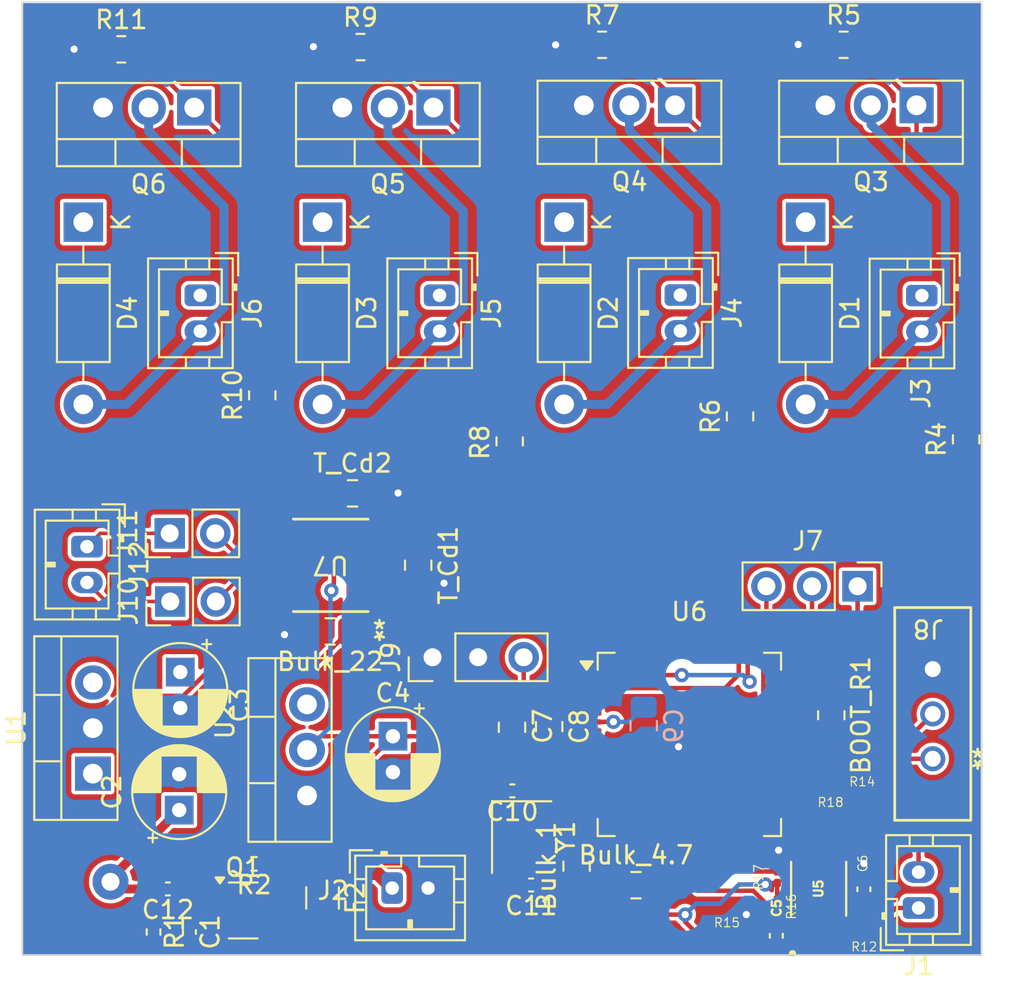
<source format=kicad_pcb>
(kicad_pcb (version 20241229) (generator "pcbnew") (generator_version "9.0")
  (layers (0 "F.Cu" signal) (4 "In1.Cu" signal) (6 "In2.Cu" signal) (2 "B.Cu" signal) (13 "F.Paste" user) (15 "B.Paste" user) (5 "F.SilkS" user "F.Silkscreen") (7 "B.SilkS" user "B.Silkscreen") (1 "F.Mask" user) (3 "B.Mask" user) (25 "Edge.Cuts" user))
  (net 0 "")
  (net 1 "GND")
  (net 2 "SLN1-")
  (net 3 "SLN2-")
  (net 4 "SLN3-")
  (net 5 "SLN4-")
  (net 6 "Net-(J8-Pin_2)")
  (net 7 "SDA")
  (net 8 "SCL")
  (net 9 "Net-(Q3-G)")
  (net 10 "Net-(Q4-G)")
  (net 11 "Net-(Q5-G)")
  (net 12 "Net-(Q6-G)")
  (net 13 "12V")
  (net 14 "S1CTRL")
  (net 15 "S2CTRL")
  (net 16 "S3CTRL")
  (net 17 "S4CTRL")
  (net 18 "RCC_OSC_IN")
  (net 21 "RCC_OSC_OUT")
  (net 26 "SCL_ext")
  (net 27 "SDA_ext")
  (net 28 "Net-(U5-EN)")
  (net 29 "Net-(U5-READY)")
  (net 30 "/SWCLK")
  (net 31 "VBAT")
  (net 32 "+12V_fuse")
  (net 33 "/SWDIO")
  (net 34 "/NRST")
  (net 53 "FDCAN_TX")
  (net 62 "USART1+")
  (net 64 "FDCAN_RX")
  (net 77 "USART1-")
  (net 78 "5V")
  (net 79 "CAN+")
  (net 80 "CAN-")
  (net 81 "3.3V")
  (net 82 "Net-(Q1-G)")
  (net 83 "Net-(Q1-S)")
  (footprint "Capacitor_SMD:C_0805_2012Metric_Pad1.18x1.45mm_HandSolder" (layer "F.Cu") (at 176.18 89.53 90)
    (property "Reference" "Bulk_1")
    (property "Value" "1uF")
  )
  (footprint "Crystal:Crystal_SMD_3225-4Pin_3.2x2.5mm" (layer "F.Cu") (at 173.1175 87.91 -90)
    (property "Reference" "Y1")
    (property "Value" "16Mhz")
  )
  (footprint "Connector_PinHeader_2.54mm:PinHeader_1x02_P2.54mm_Vertical" (layer "F.Cu") (at 153.5 70.97 90)
    (property "Reference" "J11")
    (property "Value" "Conn_01x02")
  )
  (footprint "Package_QFP:LQFP-64_10x10mm_P0.5mm" (layer "F.Cu") (at 182.465 82.74)
    (property "Reference" "U6")
    (property "Value" "STM32G0B1RETx")
  )
  (footprint "Connector_JST:JST_PH_B2B-PH-K_1x02_P2.00mm_Vertical" (layer "F.Cu") (at 155.205 57.696 -90)
    (property "Reference" "J6")
    (property "Value" "2X1")
  )
  (footprint "Package_TO_SOT_THT:TO-220-3_Vertical" (layer "F.Cu") (at 149.22 84.37 90)
    (property "Reference" "U1")
    (property "Value" "L7805")
  )
  (footprint "Package_TO_SOT_THT:TO-220-3_Vertical" (layer "F.Cu") (at 154.867 47.226 180)
    (property "Reference" "Q6")
    (property "Value" "FQP30N06L")
  )
  (footprint "Capacitor_SMD:C_0201_0603Metric" (layer "F.Cu") (at 187.36 91.725 90)
    (property "Reference" "R16")
    (property "Value" "10k")
  )
  (footprint "Connector_JST:JST_PH_B2B-PH-K_1x02_P2.00mm_Vertical" (layer "F.Cu") (at 195.422 57.712 -90)
    (property "Reference" "J3")
    (property "Value" "2X1")
  )
  (footprint "Resistor_SMD:R_0805_2012Metric_Pad1.20x1.40mm_HandSolder" (layer "F.Cu") (at 164.138 43.853)
    (property "Reference" "R9")
    (property "Value" "10k")
  )
  (footprint "Capacitor_SMD:C_0402_1005Metric" (layer "F.Cu") (at 154.6 93.2 -90)
    (property "Reference" "C1")
    (property "Value" "4.7u")
  )
  (footprint "Diode_THT:D_DO-41_SOD81_P10.16mm_Horizontal" (layer "F.Cu") (at 148.686 53.616 -90)
    (property "Reference" "D4")
    (property "Value" "1N47xxA")
  )
  (footprint "Capacitor_SMD:C_0805_2012Metric_Pad1.18x1.45mm_HandSolder" (layer "F.Cu") (at 162.4413 76.44 180)
    (property "Reference" "Bulk_22")
    (property "Value" "22uF")
  )
  (footprint "Capacitor_SMD:C_0805_2012Metric_Pad1.18x1.45mm_HandSolder" (layer "F.Cu") (at 179.49 90.59)
    (property "Reference" "Bulk_4.7")
    (property "Value" "4.7uF")
  )
  (footprint "Capacitor_THT:CP_Radial_D5.0mm_P2.00mm" (layer "F.Cu") (at 165.94 82.284888 -90)
    (property "Reference" "C4")
    (property "Value" "10u")
  )
  (footprint "Diode_THT:D_DO-41_SOD81_P10.16mm_Horizontal" (layer "F.Cu") (at 175.483 53.616 -90)
    (property "Reference" "D2")
    (property "Value" "1N47xxA")
  )
  (footprint "Connector_JST:JST_PH_B2B-PH-K_1x02_P2.00mm_Vertical" (layer "F.Cu") (at 148.89 71.71 -90)
    (property "Reference" "J12")
    (property "Value" "2X1")
  )
  (footprint "Connector_JST:JST_PH_B2B-PH-K_1x02_P2.00mm_Vertical" (layer "F.Cu") (at 165.9 90.75)
    (property "Reference" "J2")
    (property "Value" "2X1")
  )
  (footprint "Resistor_SMD:R_0805_2012Metric_Pad1.20x1.40mm_HandSolder" (layer "F.Cu") (at 150.803 43.98)
    (property "Reference" "R11")
    (property "Value" "10k")
  )
  (footprint "Diode_THT:D_DO-41_SOD81_P10.16mm_Horizontal" (layer "F.Cu") (at 188.945 53.616 -90)
    (property "Reference" "D1")
    (property "Value" "1N47xxA")
  )
  (footprint "Capacitor_SMD:C_0201_0603Metric" (layer "F.Cu") (at 192.1 85.87)
    (property "Reference" "R14")
    (property "Value" "10k")
  )
  (footprint "Capacitor_SMD:C_0402_1005Metric" (layer "F.Cu") (at 187.31 93.41 -90)
    (property "Reference" "C5")
    (property "Value" "0.1u")
  )
  (footprint "Connector_PinHeader_2.54mm:PinHeader_1x03_P2.54mm_Vertical" (layer "F.Cu") (at 168.15 77.88 90)
    (property "Reference" "J9")
    (property "Value" "Conn_01x03_Pin")
  )
  (footprint "Resistor_SMD:R_0805_2012Metric_Pad1.20x1.40mm_HandSolder" (layer "F.Cu") (at 190.375 81.11 -90)
    (property "Reference" "BOOT_R1")
    (property "Value" "10k")
  )
  (footprint "Capacitor_SMD:C_0201_0603Metric" (layer "F.Cu") (at 190.335 87.02)
    (property "Reference" "R18")
    (property "Value" "10k")
  )
  (footprint "Capacitor_SMD:C_0805_2012Metric_Pad1.18x1.45mm_HandSolder" (layer "F.Cu") (at 167.35 72.75 -90)
    (property "Reference" "T_Cd1")
    (property "Value" "100nF")
  )
  (footprint "Resistor_SMD:R_0805_2012Metric_Pad1.20x1.40mm_HandSolder" (layer "F.Cu") (at 177.6 43.726)
    (property "Reference" "R7")
    (property "Value" "10k")
  )
  (footprint "Package_TO_SOT_THT:TO-220-3_Vertical" (layer "F.Cu") (at 195.126 47.099 180)
    (property "Reference" "Q3")
    (property "Value" "FQP30N06L")
  )
  (footprint "Capacitor_SMD:C_0201_0603Metric" (layer "F.Cu") (at 184.56 93.73)
    (property "Reference" "R15")
    (property "Value" "10k")
  )
  (footprint "Capacitor_SMD:C_0402_1005Metric" (layer "F.Cu") (at 192.19 90.82 -90)
    (property "Reference" "C6")
    (property "Value" "0.1u")
  )
  (footprint "Capacitor_SMD:C_0201_0603Metric" (layer "F.Cu") (at 187.37 90.145 90)
    (property "Reference" "R17")
    (property "Value" "10k")
  )
  (footprint "Connector_JST:JST_PH_B2B-PH-K_1x02_P2.00mm_Vertical" (layer "F.Cu") (at 195.24 91.86 90)
    (property "Reference" "J1")
    (property "Value" "2X1")
  )
  (footprint "Connector_PinHeader_2.54mm:PinHeader_1x03_P2.54mm_Vertical" (layer "F.Cu") (at 191.84 73.92 -90)
    (property "Reference" "J7")
    (property "Value" "Conn_01x03_Pin")
  )
  (footprint "Capacitor_SMD:C_0402_1005Metric_Pad0.74x0.62mm_HandSolder" (layer "F.Cu") (at 173.6475 90.58 180)
    (property "Reference" "C11")
    (property "Value" "10pF")
  )
  (footprint "Capacitor_SMD:C_0805_2012Metric_Pad1.18x1.45mm_HandSolder" (layer "F.Cu") (at 174.65 81.75 -90)
    (property "Reference" "C8")
    (property "Value" "100nF")
  )
  (footprint "Capacitor_SMD:C_0805_2012Metric_Pad1.18x1.45mm_HandSolder" (layer "F.Cu") (at 163.6875 68.74)
    (property "Reference" "T_Cd2")
    (property "Value" "100nF")
  )
  (footprint "Resistor_SMD:R_0805_2012Metric_Pad1.20x1.40mm_HandSolder" (layer "F.Cu") (at 197.89 65.73 90)
    (property "Reference" "R4")
    (property "Value" "330")
  )
  (footprint "Capacitor_THT:CP_Radial_D5.0mm_P2.00mm" (layer "F.Cu") (at 154.03 86.4 90)
    (property "Reference" "C2")
    (property "Value" "10u")
  )
  (footprint "Capacitor_SMD:C_0201_0603Metric" (layer "F.Cu") (at 192.25 93.27 180)
    (property "Reference" "R12")
    (property "Value" "10k")
  )
  (footprint "custom_components:SOIC8_4P9X3P9MC_MCH" (layer "F.Cu") (at 162.4738 72.755 180)
    (property "Reference" "U7")
    (property "Value" "ATA6561-GAQW-N")
  )
  (footprint "Connector_PinHeader_2.54mm:PinHeader_1x02_P2.54mm_Vertical" (layer "F.Cu") (at 153.53 74.77 90)
    (property "Reference" "J10")
    (property "Value" "Conn_01x02")
  )
  (footprint "Package_TO_SOT_THT:TO-220-3_Vertical" (layer "F.Cu") (at 168.202 47.226 180)
    (property "Reference" "Q5")
    (property "Value" "FQP30N06L")
  )
  (footprint "Diode_THT:D_DO-41_SOD81_P10.16mm_Horizontal" (layer "F.Cu") (at 162.021 53.616 -90)
    (property "Reference" "D3")
    (property "Value" "1N47xxA")
  )
  (footprint "Fuse:Fuse_1206_3216Metric" (layer "F.Cu") (at 162.02 91.3 -90)
    (property "Reference" "F2")
    (property "Value" "10A")
  )
  (footprint "Package_TO_SOT_SMD:SOT-23-3" (layer "F.Cu") (at 157.6 92)
    (property "Reference" "Q1")
    (property "Value" "NTR0202PLT1G")
  )
  (footprint "Resistor_SMD:R_0402_1005Metric" (layer "F.Cu") (at 158.2 89.4 180)
    (property "Reference" "R2")
    (property "Value" "100")
  )
  (footprint "Connector_JST:JST_PH_B2B-PH-K_1x02_P2.00mm_Vertical" (layer "F.Cu") (at 181.96 57.68 -90)
    (property "Reference" "J4")
    (property "Value" "2X1")
  )
  (footprint "Resistor_SMD:R_0805_2012Metric_Pad1.20x1.40mm_HandSolder" (layer "F.Cu") (at 172.45 65.84 90)
    (property "Reference" "R8")
    (property "Value" "330")
  )
  (footprint "Resistor_SMD:R_0805_2012Metric_Pad1.20x1.40mm_HandSolder" (layer "F.Cu") (at 158.66 63.27 90)
    (property "Reference" "R10")
    (property "Value" "330")
  )
  (footprint "Capacitor_SMD:C_0402_1005Metric_Pad0.74x0.62mm_HandSolder" (layer "F.Cu") (at 172.6 85.33 180)
    (property "Reference" "C10")
    (property "Value" "10pF")
  )
  (footprint "TCA4307:SOP65P490X110-8N" (layer "F.Cu") (at 189.67 90.79 90)
    (property "Reference" "U5")
    (property "Value" "TCA4307")
  )
  (footprint "Capacitor_SMD:C_0805_2012Metric_Pad1.18x1.45mm_HandSolder" (layer "F.Cu") (at 172.58 81.785 -90)
    (property "Reference" "C7")
    (property "Value" "100nF")
  )
  (footprint "Connector_JST:JST_PH_B2B-PH-K_1x02_P2.00mm_Vertical" (layer "F.Cu") (at 168.54 57.696 -90)
    (property "Reference" "J5")
    (property "Value" "2X1")
  )
  (footprint "Resistor_SMD:R_0402_1005Metric" (layer "F.Cu") (at 152.6 93.2 -90)
    (property "Reference" "R1")
    (property "Value" "47k")
  )
  (footprint "Capacitor_THT:CP_Radial_D5.0mm_P2.00mm" (layer "F.Cu") (at 154.09 78.704888 -90)
    (property "Reference" "C3")
    (property "Value" "10u")
  )
  (footprint "Resistor_SMD:R_0805_2012Metric_Pad1.20x1.40mm_HandSolder" (layer "F.Cu") (at 191.062 43.726)
    (property "Reference" "R5")
    (property "Value" "10k")
  )
  (footprint "Package_TO_SOT_THT:TO-220-3_Vertical" (layer "F.Cu") (at 181.664 47.099 180)
    (property "Reference" "Q4")
    (property "Value" "FQP30N06L")
  )
  (footprint "Capacitor_SMD:C_0402_1005Metric" (layer "F.Cu") (at 153.4 90.8 180)
    (property "Reference" "C12")
    (property "Value" "4.7u")
  )
  (footprint "custom_components:slide_switch_EGER1218_Thruster" (layer "F.Cu") (at 196.03 83.54 180)
    (property "Reference" "J8")
    (property "Value" "Conn_01x03")
  )
  (footprint "Resistor_SMD:R_0805_2012Metric_Pad1.20x1.40mm_HandSolder" (layer "F.Cu") (at 185.29 64.45 90)
    (property "Reference" "R6")
    (property "Value" "330")
  )
  (footprint "Package_TO_SOT_THT:TO-220-3_Vertical" (layer "F.Cu") (at 161.155 85.59 90)
    (property "Reference" "U2")
    (property "Value" "LD1117V33")
  )
  (footprint "Capacitor_SMD:C_0805_2012Metric_Pad1.18x1.45mm_HandSolder" (layer "B.Cu") (at 179.92 81.7 90)
    (property "Reference" "C9")
    (property "Value" "100nF")
  )
  (gr_rect (start 145.283113 41.359887) (end 198.750113 94.484887) (stroke (width 0.1)) (fill no) (layer "Edge.Cuts"))
  (segment (start 165.94 84.284888) (end 170.377388 84.284888) (width 0.25) (layer "F.Cu") (net 1))
  (segment (start 158.71 89.4) (end 158.71 88.035) (width 0.5) (layer "F.Cu") (net 1))
  (segment (start 186.61 92.23) (end 185.64 92.23) (width 0.25) (layer "F.Cu") (net 1))
  (segment (start 174.615 82.8225) (end 174.65 82.7875) (width 0.25) (layer "F.Cu") (net 1))
  (segment (start 176.6 43.726) (end 176.584 43.742) (width 0.25) (layer "F.Cu") (net 1))
  (segment (start 165.94 84.284888) (end 170.665112 89.01) (width 0.25) (layer "F.Cu") (net 1))
  (segment (start 160.01 75.0462) (end 161.4038 76.44) (width 0.25) (layer "F.Cu") (net 1))
  (segment (start 168.7525 73.7875) (end 168.79 73.75) (width 0.25) (layer "F.Cu") (net 1))
  (segment (start 173.716 91.216) (end 173.08 90.58) (width 0.25) (layer "F.Cu") (net 1))
  (segment (start 172.2675 88.2225) (end 174.1 86.39) (width 0.25) (layer "F.Cu") (net 1))
  (segment (start 190.046 43.742) (end 190.046 47.099) (width 0.25) (layer "F.Cu") (net 1))
  (segment (start 176.18 90.5675) (end 175.5315 91.216) (width 0.25) (layer "F.Cu") (net 1))
  (segment (start 170.665112 89.01) (end 172.2675 89.01) (width 0.25) (layer "F.Cu") (net 1))
  (segment (start 192.19 89.38) (end 192.19 90.34) (width 0.25) (layer "F.Cu") (net 1))
  (segment (start 172.2675 89.01) (end 172.2675 88.2225) (width 0.25) (layer "F.Cu") (net 1))
  (segment (start 188.546 43.726) (end 188.53 43.71) (width 0.25) (layer "F.Cu") (net 1))
  (segment (start 163.138 43.853) (end 163.122 43.869) (width 0.25) (layer "F.Cu") (net 1))
  (segment (start 172.2675 89.7675) (end 172.2675 89.01) (width 0.25) (layer "F.Cu") (net 1))
  (segment (start 163.138 43.853) (end 161.533 43.853) (width 0.25) (layer "F.Cu") (net 1))
  (segment (start 174.65 82.7875) (end 174.8525 82.99) (width 0.25) (layer "F.Cu") (net 1))
  (segment (start 158.71 88.035) (end 161.155 85.59) (width 0.5) (layer "F.Cu") (net 1))
  (segment (start 161.4038 76.44) (end 160.08 76.44) (width 0.25) (layer "F.Cu") (net 1))
  (segment (start 166.21 68.74) (end 166.23 68.72) (width 0.25) (layer "F.Cu") (net 1))
  (segment (start 160.01 74.66) (end 160.01 75.0462) (width 0.25) (layer "F.Cu") (net 1))
  (segment (start 176.6 43.726) (end 175.014 43.726) (width 0.25) (layer "F.Cu") (net 1))
  (segment (start 149.787 43.996) (end 149.787 47.226) (width 0.25) (layer "F.Cu") (net 1))
  (segment (start 174.8525 82.99) (end 176.79 82.99) (width 0.25) (layer "F.Cu") (net 1))
  (segment (start 149.803 43.98) (end 148.18 43.98) (width 0.25) (layer "F.Cu") (net 1))
  (segment (start 175.5315 91.216) (end 173.716 91.216) (width 0.25) (layer "F.Cu") (net 1))
  (segment (start 166.9525 73.39) (end 167.35 73.7875) (width 0.25) (layer "F.Cu") (net 1))
  (segment (start 190.062 43.726) (end 188.546 43.726) (width 0.25) (layer "F.Cu") (net 1))
  (segment (start 165.94 84.284888) (end 171.117612 84.284888) (width 0.25) (layer "F.Cu") (net 1))
  (segment (start 174.45 82.9875) (end 174.65 82.7875) (width 0.25) (layer "F.Cu") (net 1))
  (segment (start 161.533 43.853) (end 161.51 43.83) (width 0.25) (layer "F.Cu") (net 1))
  (segment (start 167.35 73.7875) (end 168.7525 73.7875) (width 0.25) (layer "F.Cu") (net 1))
  (segment (start 172.58 82.8225) (end 174.615 82.8225) (width 0.25) (layer "F.Cu") (net 1))
  (segment (start 163.122 43.869) (end 163.122 47.226) (width 0.25) (layer "F.Cu") (net 1))
  (segment (start 187.44 88.64) (end 188.695 88.64) (width 0.25) (layer "F.Cu") (net 1))
  (segment (start 171.117612 84.284888) (end 172.58 82.8225) (width 0.25) (layer "F.Cu") (net 1))
  (segment (start 187.31 92.93) (end 186.61 92.23) (width 0.25) (layer "F.Cu") (net 1))
  (segment (start 175.014 43.726) (end 175.01 43.73) (width 0.25) (layer "F.Cu") (net 1))
  (segment (start 190.062 43.726) (end 190.046 43.742) (width 0.25) (layer "F.Cu") (net 1))
  (segment (start 149.803 43.98) (end 149.787 43.996) (width 0.25) (layer "F.Cu") (net 1))
  (segment (start 173.08 90.58) (end 172.2675 89.7675) (width 0.25) (layer "F.Cu") (net 1))
  (segment (start 164.9376 73.39) (end 166.9525 73.39) (width 0.25) (layer "F.Cu") (net 1))
  (segment (start 160.08 76.44) (end 159.9 76.62) (width 0.25) (layer "F.Cu") (net 1))
  (segment (start 148.18 43.98) (end 148.17 43.97) (width 0.25) (layer "F.Cu") (net 1))
  (segment (start 164.725 68.74) (end 166.21 68.74) (width 0.25) (layer "F.Cu") (net 1))
  (segment (start 176.584 43.742) (end 176.584 47.099) (width 0.25) (layer "F.Cu") (net 1))
  (via (at 192.19 89.38) (size 0.8) (drill 0.4) (layers "F.Cu" "B.Cu") (net 1))
  (via (at 185.64 92.23) (size 0.8) (drill 0.4) (layers "F.Cu" "B.Cu") (net 1))
  (via (at 188.53 43.71) (size 0.8) (drill 0.4) (layers "F.Cu" "B.Cu") (net 1))
  (via (at 175.01 43.73) (size 0.8) (drill 0.4) (layers "F.Cu" "B.Cu") (net 1))
  (via (at 168.79 73.75) (size 0.8) (drill 0.4) (layers "F.Cu" "B.Cu") (net 1))
  (via (at 159.9 76.62) (size 0.8) (drill 0.4) (layers "F.Cu" "B.Cu") (net 1))
  (via (at 187.44 88.64) (size 0.8) (drill 0.4) (layers "F.Cu" "B.Cu") (net 1))
  (via (at 166.23 68.72) (size 0.8) (drill 0.4) (layers "F.Cu" "B.Cu") (net 1))
  (via (at 161.51 43.83) (size 0.8) (drill 0.4) (layers "F.Cu" "B.Cu") (net 1))
  (via (at 181.86 82.87) (size 0.8) (drill 0.4) (layers "F.Cu" "B.Cu") (net 1))
  (via (at 148.17 43.97) (size 0.8) (drill 0.4) (layers "F.Cu" "B.Cu") (net 1))
  (segment (start 180.0525 82.87) (end 179.92 82.7375) (width 0.25) (layer "B.Cu") (net 1))
  (segment (start 163.952113 84.920887) (end 163.825113 84.793887) (width 0.25) (layer "B.Cu") (net 1))
  (segment (start 179.6975 82.96) (end 179.92 82.7375) (width 0.25) (layer "B.Cu") (net 1))
  (segment (start 181.86 82.87) (end 180.0525 82.87) (width 0.25) (layer "B.Cu") (net 1))
  (segment (start 163.825113 84.793887) (end 163.825113 84.793887) (width 0.25) (layer "B.Cu") (net 1))
  (segment (start 195.422 59.712) (end 195.396 59.712) (width 0.5) (layer "F.Cu") (net 2))
  (segment (start 192.586 47.099) (end 192.586 48.171) (width 0.5) (layer "F.Cu") (net 2))
  (segment (start 191.332 63.776) (end 188.945 63.776) (width 0.5) (layer "B.Cu") (net 2))
  (segment (start 196.747 52.332) (end 196.747 58.387) (width 0.5) (layer "B.Cu") (net 2))
  (segment (start 195.396 59.712) (end 191.332 63.776) (width 0.5) (layer "B.Cu") (net 2))
  (segment (start 192.586 48.171) (end 196.747 52.332) (width 0.5) (layer "B.Cu") (net 2))
  (segment (start 196.747 58.387) (end 195.422 59.712) (width 0.5) (layer "B.Cu") (net 2))
  (segment (start 181.96 59.68) (end 181.96 59.686) (width 0.5) (layer "F.Cu") (net 3))
  (segment (start 183.442 58.198) (end 181.96 59.68) (width 0.5) (layer "B.Cu") (net 3))
  (segment (start 177.87 63.776) (end 175.483 63.776) (width 0.5) (layer "B.Cu") (net 3))
  (segment (start 183.442 52.822) (end 183.442 58.198) (width 0.5) (layer "B.Cu") (net 3))
  (segment (start 179.124 48.504) (end 183.442 52.822) (width 0.5) (layer "B.Cu") (net 3))
  (segment (start 181.96 59.686) (end 177.87 63.776) (width 0.5) (layer "B.Cu") (net 3))
  (segment (start 182.393113 59.520887) (end 182.409113 59.504887) (width 0.5) (layer "B.Cu") (net 3))
  (segment (start 179.124 47.099) (end 179.124 48.504) (width 0.5) (layer "B.Cu") (net 3))
  (segment (start 182.409113 59.504887) (end 182.441113 59.536887) (width 0.5) (layer "B.Cu") (net 3))
  (segment (start 168.54 59.696) (end 168.488 59.696) (width 0.5) (layer "F.Cu") (net 4))
  (segment (start 169.865 53.009) (end 169.865 58.371) (width 0.5) (layer "B.Cu") (net 4))
  (segment (start 169.865 58.371) (end 168.54 59.696) (width 0.5) (layer "B.Cu") (net 4))
  (segment (start 164.408 63.776) (end 162.021 63.776) (width 0.5) (layer "B.Cu") (net 4))
  (segment (start 165.662 47.226) (end 165.662 48.806) (width 0.5) (layer "B.Cu") (net 4))
  (segment (start 168.488 59.696) (end 164.408 63.776) (width 0.5) (layer "B.Cu") (net 4))
  (segment (start 165.662 48.806) (end 169.865 53.009) (width 0.5) (layer "B.Cu") (net 4))
  (segment (start 155.205 59.696) (end 155.153 59.696) (width 0.5) (layer "F.Cu") (net 5))
  (segment (start 151.073 63.776) (end 148.686 63.776) (width 0.5) (layer "B.Cu") (net 5))
  (segment (start 156.53 52.755) (end 156.53 58.371) (width 0.5) (layer "B.Cu") (net 5))
  (segment (start 152.327 47.226) (end 152.327 48.552) (width 0.5) (layer "B.Cu") (net 5))
  (segment (start 156.53 58.371) (end 155.205 59.696) (width 0.5) (layer "B.Cu") (net 5))
  (segment (start 152.327 48.552) (end 156.53 52.755) (width 0.5) (layer "B.Cu") (net 5))
  (segment (start 155.153 59.696) (end 151.073 63.776) (width 0.5) (layer "B.Cu") (net 5))
  (segment (start 190.375 82.11) (end 194.96 82.11) (width 0.25) (layer "F.Cu") (net 6))
  (segment (start 194.96 82.11) (end 196.03 81.04) (width 0.25) (layer "F.Cu") (net 6))
  (segment (start 187.555226 92.045) (end 187.36 92.045) (width 0.25) (layer "F.Cu") (net 7))
  (segment (start 186.019774 90.9) (end 182.92219 90.9) (width 0.25) (layer "F.Cu") (net 7))
  (segment (start 187.164774 92.045) (end 186.019774 90.9) (width 0.25) (layer "F.Cu") (net 7))
  (segment (start 189.345 92.16736) (end 188.96764 91.79) (width 0.25) (layer "F.Cu") (net 7))
  (segment (start 182.92219 90.9) (end 181.715 89.69281) (width 0.25) (layer "F.Cu") (net 7))
  (segment (start 181.715 89.69281) (end 181.715 88.415) (width 0.25) (layer "F.Cu") (net 7))
  (segment (start 188.96764 91.79) (end 187.810226 91.79) (width 0.25) (layer "F.Cu") (net 7))
  (segment (start 187.810226 91.79) (end 187.555226 92.045) (width 0.25) (layer "F.Cu") (net 7))
  (segment (start 189.345 92.94) (end 189.345 92.16736) (width 0.25) (layer "F.Cu") (net 7))
  (segment (start 187.36 92.045) (end 187.164774 92.045) (width 0.25) (layer "F.Cu") (net 7))
  (segment (start 182.65 89.825) (end 182.215 89.39) (width 0.25) (layer "F.Cu") (net 8))
  (segment (start 182.215 89.39) (end 182.215 88.415) (width 0.25) (layer "F.Cu") (net 8))
  (segment (start 189.345 88.64) (end 189.345 89.41264) (width 0.25) (layer "F.Cu") (net 8))
  (segment (start 187.37 89.825) (end 182.65 89.825) (width 0.25) (layer "F.Cu") (net 8))
  (segment (start 188.93264 89.825) (end 187.37 89.825) (width 0.25) (layer "F.Cu") (net 8))
  (segment (start 189.345 89.41264) (end 188.93264 89.825) (width 0.25) (layer "F.Cu") (net 8))
  (segment (start 192.062 44.035) (end 195.126 47.099) (width 0.25) (layer "F.Cu") (net 9))
  (segment (start 197.89 63.61) (end 197.9 63.6) (width 0.25) (layer "F.Cu") (net 9))
  (segment (start 197.9 51.5) (end 195.126 48.726) (width 0.25) (layer "F.Cu") (net 9))
  (segment (start 197.89 64.73) (end 197.89 63.61) (width 0.25) (layer "F.Cu") (net 9))
  (segment (start 197.9 63.6) (end 197.9 51.5) (width 0.25) (layer "F.Cu") (net 9))
  (segment (start 192.062 43.726) (end 192.062 44.035) (width 0.25) (layer "F.Cu") (net 9))
  (segment (start 195.126 48.726) (end 195.126 47.099) (width 0.25) (layer "F.Cu") (net 9))
  (segment (start 185.29 50.725) (end 185.29 63.45) (width 0.25) (layer "F.Cu") (net 10))
  (segment (start 178.6 43.726) (end 181.664 46.79) (width 0.25) (layer "F.Cu") (net 10))
  (segment (start 181.664 46.79) (end 181.664 47.099) (width 0.25) (layer "F.Cu") (net 10))
  (segment (start 181.664 47.099) (end 185.29 50.725) (width 0.25) (layer "F.Cu") (net 10))
  (segment (start 165.138 44.162) (end 168.202 47.226) (width 0.25) (layer "F.Cu") (net 11))
  (segment (start 172.45 51.474) (end 168.202 47.226) (width 0.25) (layer "F.Cu") (net 11))
  (segment (start 165.138 43.853) (end 165.138 44.162) (width 0.25) (layer "F.Cu") (net 11))
  (segment (start 172.45 64.84) (end 172.45 51.474) (width 0.25) (layer "F.Cu") (net 11))
  (segment (start 158.66 62.27) (end 158.66 51.019) (width 0.25) (layer "F.Cu") (net 12))
  (segment (start 151.803 43.98) (end 151.803 44.162) (width 0.25) (layer "F.Cu") (net 12))
  (segment (start 151.803 44.162) (end 154.867 47.226) (width 0.25) (layer "F.Cu") (net 12))
  (segment (start 158.66 51.019) (end 154.867 47.226) (width 0.25) (layer "F.Cu") (net 12))
  (segment (start 155.2125 89.8) (end 153.610001 89.8) (width 0.5) (layer "F.Cu") (net 13))
  (segment (start 150.2 90.4) (end 150.2 90.23) (width 0.5) (layer "F.Cu") (net 13))
  (segment (start 150.2 90.23) (end 154.03 86.4) (width 0.5) (layer "F.Cu") (net 13))
  (segment (start 150.6 90.8) (end 150.2 90.4) (width 0.5) (layer "F.Cu") (net 13))
  (segment (start 152.92 90.490001) (end 152.92 90.8) (width 0.5) (layer "F.Cu") (net 13))
  (segment (start 156.4625 91.05) (end 155.2125 89.8) (width 0.5) (layer "F.Cu") (net 13))
  (segment (start 152.92 90.8) (end 150.6 90.8) (width 0.5) (layer "F.Cu") (net 13))
  (segment (start 153.610001 89.8) (end 152.92 90.490001) (width 0.5) (layer "F.Cu") (net 13))
  (via (at 150.2 90.4) (size 2) (drill 1) (layers "F.Cu" "B.Cu") (net 13))
  (segment (start 184.715 71.535) (end 189.58 66.67) (width 0.25) (layer "F.Cu") (net 14))
  (segment (start 189.58 66.67) (end 194.01 66.73) (width 0.25) (layer "F.Cu") (net 14))
  (segment (start 194.01 66.73) (end 197.89 66.73) (width 0.25) (layer "F.Cu") (net 14))
  (segment (start 184.715 77.065) (end 184.715 71.535) (width 0.25) (layer "F.Cu") (net 14))
  (segment (start 183.715 77.065) (end 183.715 67.025) (width 0.25) (layer "F.Cu") (net 15))
  (segment (start 183.715 67.025) (end 185.29 65.45) (width 0.25) (layer "F.Cu") (net 15))
  (segment (start 172.45 66.84) (end 180.215 74.605) (width 0.25) (layer "F.Cu") (net 16))
  (segment (start 180.215 74.605) (end 180.215 77.065) (width 0.25) (layer "F.Cu") (net 16))
  (segment (start 158.66 64.27) (end 160.72 66.33) (width 0.25) (layer "F.Cu") (net 17))
  (segment (start 168.02 66.33) (end 178.739 77.049) (width 0.25) (layer "F.Cu") (net 17))
  (segment (start 178.739 77.049) (end 178.739 77.2) (width 0.25) (layer "F.Cu") (net 17))
  (segment (start 160.72 66.33) (end 160.85 66.33) (width 0.25) (layer "F.Cu") (net 17))
  (segment (start 160.85 66.33) (end 168.02 66.33) (width 0.25) (layer "F.Cu") (net 17))
  (segment (start 174.7 85.33) (end 173.1675 85.33) (width 0.25) (layer "F.Cu") (net 18))
  (segment (start 174.94 85.09) (end 174.7 85.33) (width 0.25) (layer "F.Cu") (net 18))
  (segment (start 172.2675 86.81) (end 172.2675 86.23) (width 0.25) (layer "F.Cu") (net 18))
  (segment (start 172.2675 86.23) (end 173.1675 85.33) (width 0.25) (layer "F.Cu") (net 18))
  (segment (start 174.94 84.358012) (end 174.94 85.09) (width 0.25) (layer "F.Cu") (net 18))
  (segment (start 176.79 83.49) (end 175.808012 83.49) (width 0.25) (layer "F.Cu") (net 18))
  (segment (start 175.808012 83.49) (end 174.94 84.358012) (width 0.25) (layer "F.Cu") (net 18))
  (segment (start 175.11 90.14) (end 174.67 90.58) (width 0.25) (layer "F.Cu") (net 21))
  (segment (start 175.12 90.14) (end 175.11 90.14) (width 0.25) (layer "F.Cu") (net 21))
  (segment (start 174.215 90.58) (end 174.215 90.425) (width 0.25) (layer "F.Cu") (net 21))
  (segment (start 175.945822 83.99) (end 175.51 84.425822) (width 0.25) (layer "F.Cu") (net 21))
  (segment (start 174.215 90.58) (end 174.215 89.2575) (width 0.25) (layer "F.Cu") (net 21))
  (segment (start 174.215 89.2575) (end 173.9675 89.01) (width 0.25) (layer "F.Cu") (net 21))
  (segment (start 175.12 87.71) (end 175.12 90.14) (width 0.25) (layer "F.Cu") (net 21))
  (segment (start 175.51 84.425822) (end 175.51 87.32) (width 0.25) (layer "F.Cu") (net 21))
  (segment (start 176.79 83.99) (end 175.945822 83.99) (width 0.25) (layer "F.Cu") (net 21))
  (segment (start 174.67 90.58) (end 174.215 90.58) (width 0.25) (layer "F.Cu") (net 21))
  (segment (start 175.51 87.32) (end 175.12 87.71) (width 0.25) (layer "F.Cu") (net 21))
  (segment (start 192.42 88.005001) (end 192.42 85.87) (width 0.25) (layer "F.Cu") (net 26))
  (segment (start 195.24 88.69) (end 192.42 85.87) (width 0.25) (layer "F.Cu") (net 26))
  (segment (start 190.98764 89.72) (end 190.30236 89.72) (width 0.25) (layer "F.Cu") (net 26))
  (segment (start 190.30236 89.72) (end 189.995 89.41264) (width 0.25) (layer "F.Cu") (net 26))
  (segment (start 191.211 89.214001) (end 191.211 89.49664) (width 0.25) (layer "F.Cu") (net 26))
  (segment (start 191.211 89.214001) (end 192.42 88.005001) (width 0.25) (layer "F.Cu") (net 26))
  (segment (start 191.211 89.49664) (end 190.98764 89.72) (width 0.25) (layer "F.Cu") (net 26))
  (segment (start 189.995 89.41264) (end 189.995 88.64) (width 0.25) (layer "F.Cu") (net 26))
  (segment (start 195.24 89.86) (end 195.24 88.69) (width 0.25) (layer "F.Cu") (net 26))
  (segment (start 189.995 88.64) (end 189.995 87.86736) (width 0.25) (layer "F.Cu") (net 26))
  (segment (start 194.97 91.91) (end 195.03 91.85) (width 0.25) (layer "F.Cu") (net 27))
  (segment (start 193.98 91.86) (end 192.57 93.27) (width 0.25) (layer "F.Cu") (net 27))
  (segment (start 192.038999 94.001) (end 190.28336 94.001) (width 0.25) (layer "F.Cu") (net 27))
  (segment (start 195.24 91.86) (end 193.98 91.86) (width 0.25) (layer "F.Cu") (net 27))
  (segment (start 192.57 93.469999) (end 192.038999 94.001) (width 0.25) (layer "F.Cu") (net 27))
  (segment (start 192.57 93.27) (end 192.57 93.469999) (width 0.25) (layer "F.Cu") (net 27))
  (segment (start 190.28336 94.001) (end 189.995 93.71264) (width 0.25) (layer "F.Cu") (net 27))
  (segment (start 189.995 93.71264) (end 189.995 92.94) (width 0.25) (layer "F.Cu") (net 27))
  (segment (start 187.31 93.89) (end 186.03 93.89) (width 0.25) (layer "F.Cu") (net 28))
  (segment (start 187.31 93.89) (end 187.745 93.89) (width 0.25) (layer "F.Cu") (net 28))
  (segment (start 187.745 93.89) (end 188.695 92.94) (width 0.25) (layer "F.Cu") (net 28))
  (segment (start 186.03 93.89) (end 185.87 93.73) (width 0.25) (layer "F.Cu") (net 28))
  (segment (start 185.87 93.73) (end 184.88 93.73) (width 0.25) (layer "F.Cu") (net 28))
  (segment (start 190.655 88.63) (end 190.645 88.64) (width 0.25) (layer "F.Cu") (net 29))
  (segment (start 190.655 87.02) (end 190.655 88.63) (width 0.25) (layer "F.Cu") (net 29))
  (segment (start 191.84 73.92) (end 191.84 78.645) (width 0.25) (layer "F.Cu") (net 30))
  (segment (start 190.255 79.99) (end 188.14 79.99) (width 0.25) (layer "F.Cu") (net 30))
  (segment (start 190.375 80.11) (end 190.255 79.99) (width 0.25) (layer "F.Cu") (net 30))
  (segment (start 191.84 78.645) (end 190.375 80.11) (width 0.25) (layer "F.Cu") (net 30))
  (segment (start 178.23 81.48) (end 177.644178 81.48) (width 0.25) (layer "F.Cu") (net 31))
  (segment (start 177.634178 81.49) (end 176.79 81.49) (width 0.25) (layer "F.Cu") (net 31))
  (segment (start 177.644178 81.48) (end 177.634178 81.49) (width 0.25) (layer "F.Cu") (net 31))
  (via (at 178.23 81.48) (size 0.8) (drill 0.4) (layers "F.Cu" "B.Cu") (net 31))
  (segment (start 179.945 80.34) (end 179.95 80.335) (width 0.25) (layer "B.Cu") (net 31))
  (segment (start 179.1025 81.48) (end 179.92 80.6625) (width 0.25) (layer "B.Cu") (net 31))
  (segment (start 178.23 81.48) (end 179.1025 81.48) (width 0.25) (layer "B.Cu") (net 31))
  (segment (start 165.9 90.75) (end 165.08 89.93) (width 0.75) (layer "F.Cu") (net 32))
  (segment (start 165.08 89.93) (end 162.14 89.93) (width 0.75) (layer "F.Cu") (net 32))
  (segment (start 187.039 78.291) (end 187.039 80.233178) (width 0.25) (layer "F.Cu") (net 33))
  (segment (start 189.3 73.92) (end 189.3 76.03) (width 0.25) (layer "F.Cu") (net 33))
  (segment (start 189.3 76.03) (end 187.039 78.291) (width 0.25) (layer "F.Cu") (net 33))
  (segment (start 187.039 80.233178) (end 187.295822 80.49) (width 0.25) (layer "F.Cu") (net 33))
  (segment (start 187.295822 80.49) (end 188.14 80.49) (width 0.25) (layer "F.Cu") (net 33))
  (segment (start 186.588 78.10419) (end 186.588 78.47781) (width 0.25) (layer "F.Cu") (net 34))
  (segment (start 186.588 80.046368) (end 186.588 80.352) (width 0.25) (layer "F.Cu") (net 34))
  (segment (start 186.76 73.92) (end 186.76 77.93219) (width 0.25) (layer "F.Cu") (net 34))
  (segment (start 182.45 84.49) (end 176.79 84.49) (width 0.25) (layer "F.Cu") (net 34))
  (segment (start 186.76 77.93219) (end 186.588 78.10419) (width 0.25) (layer "F.Cu") (net 34))
  (segment (start 186.588 80.352) (end 182.45 84.49) (width 0.25) (layer "F.Cu") (net 34))
  (segment (start 186.588 78.47781) (end 186.588 80.046368) (width 0.25) (layer "F.Cu") (net 34))
  (segment (start 164.9376 74.66) (end 166.4876 76.21) (width 0.25) (layer "F.Cu") (net 53))
  (segment (start 166.4876 76.21) (end 175.36 76.21) (width 0.25) (layer "F.Cu") (net 53))
  (segment (start 185.215 78.845) (end 185.215 77.065) (width 0.25) (layer "F.Cu") (net 53))
  (segment (start 178.75 79.6) (end 184.46 79.6) (width 0.25) (layer "F.Cu") (net 53))
  (segment (start 184.46 79.6) (end 185.215 78.845) (width 0.25) (layer "F.Cu") (net 53))
  (segment (start 175.36 76.21) (end 178.75 79.6) (width 0.25) (layer "F.Cu") (net 53))
  (segment (start 165.2776 70.51) (end 164.9376 70.85) (width 0.25) (layer "F.Cu") (net 64))
  (segment (start 164.9376 70.85) (end 165.54 70.85) (width 0.25) (layer "F.Cu") (net 64))
  (segment (start 185.715 79.132245) (end 185.715 77.065) (width 0.25) (layer "F.Cu") (net 64))
  (segment (start 170.75 70.51) (end 165.2776 70.51) (width 0.25) (layer "F.Cu") (net 64))
  (segment (start 179.115 78.875) (end 170.75 70.51) (width 0.25) (layer "F.Cu") (net 64))
  (segment (start 182.04 78.875) (end 179.115 78.875) (width 0.25) (layer "F.Cu") (net 64))
  (segment (start 185.822872 79.240117) (end 185.715 79.132245) (width 0.25) (layer "F.Cu") (net 64))
  (via (at 185.822872 79.240117) (size 0.8) (drill 0.4) (layers "F.Cu" "B.Cu") (net 64))
  (via (at 182.04 78.875) (size 0.8) (drill 0.4) (layers "F.Cu" "B.Cu") (net 64))
  (segment (start 185.457755 78.875) (end 185.822872 79.240117) (width 0.25) (layer "B.Cu") (net 64))
  (segment (start 182.04 78.875) (end 185.457755 78.875) (width 0.25) (layer "B.Cu") (net 64))
  (segment (start 167.35 71.7125) (end 165.3451 71.7125) (width 0.25) (layer "F.Cu") (net 78))
  (segment (start 163.4788 72.872801) (end 164.231601 72.12) (width 0.25) (layer "F.Cu") (net 78))
  (segment (start 163.4788 76.44) (end 163.4788 72.872801) (width 0.25) (layer "F.Cu") (net 78))
  (segment (start 154.26 80.03) (end 156 78.29) (width 0.25) (layer "F.Cu") (net 78))
  (segment (start 165.3451 71.7125) (end 164.9376 72.12) (width 0.25) (layer "F.Cu") (net 78))
  (segment (start 161.6288 78.29) (end 163.4788 76.44) (width 0.25) (layer "F.Cu") (net 78))
  (segment (start 154.26 80.03) (end 150.94 80.03) (width 0.25) (layer "F.Cu") (net 78))
  (segment (start 156 78.29) (end 161.6288 78.29) (width 0.25) (layer "F.Cu") (net 78))
  (segment (start 164.231601 72.12) (end 164.9376 72.12) (width 0.25) (layer "F.Cu") (net 78))
  (segment (start 150.94 80.03) (end 149.43 81.54) (width 0.25) (layer "F.Cu") (net 78))
  (segment (start 160.01 73.39) (end 157.45 73.39) (width 0.2) (layer "F.Cu") (net 79))
  (segment (start 149.95 74.77) (end 148.89 73.71) (width 0.2) (layer "F.Cu") (net 79))
  (segment (start 157.45 73.39) (end 156.07 74.77) (width 0.2) (layer "F.Cu") (net 79))
  (segment (start 153.53 74.77) (end 149.95 74.77) (width 0.2) (layer "F.Cu") (net 79))
  (segment (start 157.19 72.12) (end 156.04 70.97) (width 0.2) (layer "F.Cu") (net 80))
  (segment (start 153.5 70.97) (end 149.63 70.97) (width 0.2) (layer "F.Cu") (net 80))
  (segment (start 160.01 72.12) (end 157.19 72.12) (width 0.2) (layer "F.Cu") (net 80))
  (segment (start 149.63 70.97) (end 148.89 71.71) (width 0.2) (layer "F.Cu") (net 80))
  (segment (start 182.23 92.23) (end 182.23 92.63) (width 0.25) (layer "F.Cu") (net 81))
  (segment (start 187.37 90.465) (end 186.780078 90.465) (width 0.25) (layer "F.Cu") (net 81))
  (segment (start 178.239 87.546822) (end 178.765822 87.02) (width 0.25) (layer "F.Cu") (net 81))
  (segment (start 162.65 68.74) (end 162.12 68.74) (width 0.25) (layer "F.Cu") (net 81))
  (segment (start 189.81664 91.339) (end 190.645 92.16736) (width 0.25) (layer "F.Cu") (net 81))
  (segment (start 180.0925 92.23) (end 178.4525 90.59) (width 0.25) (layer "F.Cu") (net 81))
  (segment (start 193.910001 83.54) (end 196.03 83.54) (width 0.25) (layer "F.Cu") (net 81))
  (segment (start 174.65 80.7125) (end 175.9275 81.99) (width 0.25) (layer "F.Cu") (net 81))
  (segment (start 172.3625 80.53) (end 172.58 80.7475) (width 0.25) (layer "F.Cu") (net 81))
  (segment (start 176.79 81.99) (end 176.79 82.49) (width 0.25) (layer "F.Cu") (net 81))
  (segment (start 174.615 80.7475) (end 174.65 80.7125) (width 0.25) (layer "F.Cu") (net 81))
  (segment (start 190.015 86.820001) (end 190.965001 85.87) (width 0.25) (layer "F.Cu") (net 81))
  (segment (start 191.93 91.56) (end 192.19 91.3) (width 0.25) (layer "F.Cu") (net 81))
  (segment (start 191.78 85.87) (end 191.78 85.670001) (width 0.25) (layer "F.Cu") (net 81))
  (segment (start 165.94 82.284888) (end 171.042612 82.284888) (width 0.25) (layer "F.Cu") (net 81))
  (segment (start 182.23 92.23) (end 180.0925 92.23) (width 0.25) (layer "F.Cu") (net 81))
  (segment (start 162.65 74.02) (end 162.51 74.16) (width 0.25) (layer "F.Cu") (net 81))
  (segment (start 172.58 80.7475) (end 174.615 80.7475) (width 0.25) (layer "F.Cu") (net 81))
  (segment (start 178.43 90.5675) (end 178.4525 90.59) (width 0.25) (layer "F.Cu") (net 81))
  (segment (start 182.23 92.63) (end 183.33 93.73) (width 0.25) (layer "F.Cu") (net 81))
  (segment (start 183.33 93.73) (end 184.24 93.73) (width 0.25) (layer "F.Cu") (net 81))
  (segment (start 178.239 88.2) (end 178.239 87.546822) (width 0.25) (layer "F.Cu") (net 81))
  (segment (start 162.65 68.74) (end 162.65 74.02) (width 0.25) (layer "F.Cu") (net 81))
  (segment (start 177.9465 88.4925) (end 178.239 88.2) (width 0.25) (layer "F.Cu") (net 81))
  (segment (start 187.36 90.475) (end 187.37 90.465) (width 0.25) (layer "F.Cu") (net 81))
  (segment (start 191.6 92.94) (end 191.93 93.27) (width 0.25) (layer "F.Cu") (net 81))
  (segment (start 175.9275 81.99) (end 176.79 81.99) (width 0.25) (layer "F.Cu") (net 81))
  (segment (start 173.23 77.88) (end 173.23 80.0975) (width 0.25) (layer "F.Cu") (net 81))
  (segment (start 171.042612 82.284888) (end 172.58 80.7475) (width 0.25) (layer "F.Cu") (net 81))
  (segment (start 190.965001 85.87) (end 191.78 85.87) (width 0.25) (layer "F.Cu") (net 81))
  (segment (start 173.23 80.0975) (end 172.58 80.7475) (width 0.25) (layer "F.Cu") (net 81))
  (segment (start 164.53 83.694888) (end 165.94 82.284888) (width 0.25) (layer "F.Cu") (net 81))
  (segment (start 178.765822 87.02) (end 190.015 87.02) (width 0.25) (layer "F.Cu") (net 81))
  (segment (start 190.645 92.16736) (end 190.645 92.94) (width 0.25) (layer "F.Cu") (net 81))
  (segment (start 176.18 88.4925) (end 177.9465 88.4925) (width 0.25) (layer "F.Cu") (net 81))
  (segment (start 190.645 92.94) (end 191.6 92.94) (width 0.25) (layer "F.Cu") (net 81))
  (segment (start 191.78 85.670001) (end 193.910001 83.54) (width 0.25) (layer "F.Cu") (net 81))
  (segment (start 162.12 68.74) (end 160.01 70.85) (width 0.25) (layer "F.Cu") (net 81))
  (segment (start 176.4425 92.6) (end 172 92.6) (width 0.25) (layer "F.Cu") (net 81))
  (segment (start 187.36 91.405) (end 187.36 90.475) (width 0.25) (layer "F.Cu") (net 81))
  (segment (start 165.94 82.284888) (end 165.94 82.33) (width 0.25) (layer "F.Cu") (net 81))
  (segment (start 178.239 90.3765) (end 178.239 88.2) (width 0.25) (layer "F.Cu") (net 81))
  (segment (start 190.015 87.02) (end 190.015 86.820001) (width 0.25) (layer "F.Cu") (net 81))
  (segment (start 161.920112 82.284888) (end 161.155 83.05) (width 0.25) (layer "F.Cu") (net 81))
  (segment (start 172 92.6) (end 164.53 85.13) (width 0.25) (layer "F.Cu") (net 81))
  (segment (start 178.4525 90.59) (end 176.4425 92.6) (width 0.25) (layer "F.Cu") (net 81))
  (segment (start 191.93 93.27) (end 191.93 91.56) (width 0.25) (layer "F.Cu") (net 81))
  (segment (start 186.780078 90.465) (end 186.695078 90.55) (width 0.25) (layer "F.Cu") (net 81))
  (segment (start 178.4525 90.59) (end 178.239 90.3765) (width 0.25) (layer "F.Cu") (net 81))
  (segment (start 165.94 82.284888) (end 161.920112 82.284888) (width 0.25) (layer "F.Cu") (net 81))
  (segment (start 187.426 91.339) (end 189.81664 91.339) (width 0.25) (layer "F.Cu") (net 81))
  (segment (start 164.53 85.13) (end 164.53 83.694888) (width 0.25) (layer "F.Cu") (net 81))
  (via (at 162.51 74.16) (size 0.8) (drill 0.4) (layers "F.Cu" "B.Cu") (net 81))
  (via (at 186.695078 90.55) (size 0.8) (drill 0.4) (layers "F.Cu" "B.Cu") (net 81))
  (via (at 182.23 92.23) (size 0.8) (drill 0.4) (layers "F.Cu" "B.Cu") (net 81))
  (segment (start 162.46 78.75) (end 162.46 74.21) (width 0.25) (layer "B.Cu") (net 81))
  (segment (start 184.16 91.625) (end 185.235 90.55) (width 0.25) (layer "B.Cu") (net 81))
  (segment (start 162.46 74.21) (end 162.51 74.16) (width 0.25) (layer "B.Cu") (net 81))
  (segment (start 182.23 92.23) (end 182.835 91.625) (width 0.25) (layer "B.Cu") (net 81))
  (segment (start 182.835 91.625) (end 184.16 91.625) (width 0.25) (layer "B.Cu") (net 81))
  (segment (start 161.155 83.05) (end 162.481 81.724) (width 0.25) (layer "B.Cu") (net 81))
  (segment (start 162.481 81.724) (end 162.481 78.771) (width 0.25) (layer "B.Cu") (net 81))
  (segment (start 162.481 78.771) (end 162.46 78.75) (width 0.25) (layer "B.Cu") (net 81))
  (segment (start 185.235 90.55) (end 186.695078 90.55) (width 0.25) (layer "B.Cu") (net 81))
  (segment (start 157.624 91.7885) (end 156.4625 92.95) (width 0.5) (layer "F.Cu") (net 82))
  (segment (start 157.69 89.4) (end 157.624 89.466) (width 0.5) (layer "F.Cu") (net 82))
  (segment (start 153.88 90.8) (end 153.88 92) (width 0.5) (layer "F.Cu") (net 82))
  (segment (start 152.6 92.69) (end 154.57 92.69) (width 0.5) (layer "F.Cu") (net 82))
  (segment (start 154.6 92.72) (end 156.2325 92.72) (width 0.5) (layer "F.Cu") (net 82))
  (segment (start 153.88 92) (end 154.6 92.72) (width 0.5) (layer "F.Cu") (net 82))
  (segment (start 157.624 89.466) (end 157.624 91.7885) (width 0.5) (layer "F.Cu") (net 82))
  (segment (start 156.2325 92.72) (end 156.4625 92.95) (width 0.5) (layer "F.Cu") (net 82))
  (segment (start 154.57 92.69) (end 154.6 92.72) (width 0.5) (layer "F.Cu") (net 82))
  (segment (start 158.7375 92) (end 161.32 92) (width 0.5) (layer "F.Cu") (net 83))
  (segment (start 157.2281 93.701) (end 153.821 93.701) (width 0.5) (layer "F.Cu") (net 83))
  (segment (start 152.6 93.71) (end 153.77 93.71) (width 0.5) (layer "F.Cu") (net 83))
  (segment (start 153.821 93.701) (end 153.8 93.68) (width 0.5) (layer "F.Cu") (net 83))
  (segment (start 161.32 92) (end 162.02 92.7) (width 0.5) (layer "F.Cu") (net 83))
  (segment (start 158.7375 92) (end 158.7375 92.1916) (width 0.5) (layer "F.Cu") (net 83))
  (segment (start 158.7375 92.1916) (end 157.2281 93.701) (width 0.5) (layer "F.Cu") (net 83))
  (zone (net 1) (net_name "GND") (layer "F.Cu") (priority 4) (connect_pads yes (clearance 0.15)) (min_thickness 0.25) (fill yes (thermal_gap 0.5) (thermal_bridge_width 0.5))
    (polygon (pts (xy 145.283113 41.359887) (xy 198.750113 41.359887) (xy 198.750113 94.484887) (xy 145.283113 94.484887)))
  )
  (zone (net 81) (net_name "3.3V") (layer "F.Cu") (priority 1) (connect_pads yes (clearance 0.5)) (min_thickness 0.25) (fill yes (thermal_gap 0.5) (thermal_bridge_width 0.5))
    (polygon (pts (xy 161.959997 77.919088) (xy 194.12 78.27) (xy 198.41 83.69) (xy 198.63 94.33) (xy 162.450086 94.042042)))
  )
  (zone (net 1) (net_name "GND") (layer "B.Cu") (priority 5) (connect_pads yes (clearance 0.5)) (min_thickness 0.25) (fill yes (thermal_gap 0.5) (thermal_bridge_width 0.5))
    (polygon (pts (xy 145.283113 41.359887) (xy 198.750113 41.359887) (xy 198.750113 94.484887) (xy 145.283113 94.484887)))
  )
)
</source>
